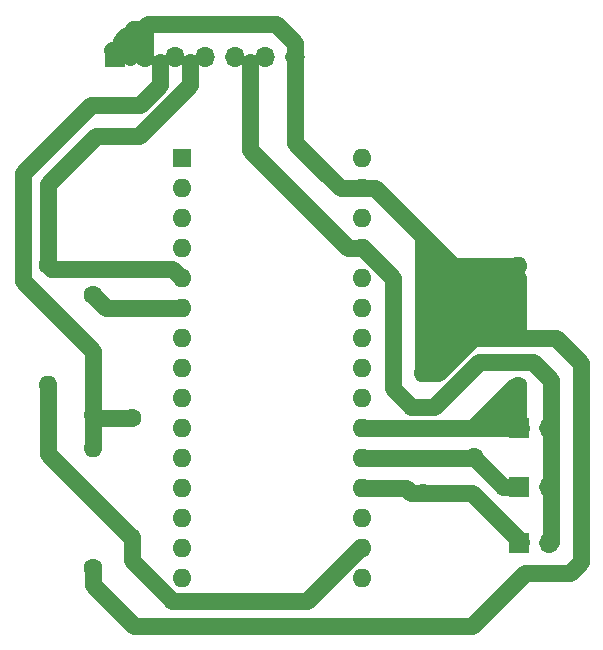
<source format=gtl>
G04 #@! TF.GenerationSoftware,KiCad,Pcbnew,7.0.7*
G04 #@! TF.CreationDate,2024-03-11T23:12:29+01:00*
G04 #@! TF.ProjectId,RocketTX,526f636b-6574-4545-982e-6b696361645f,rev?*
G04 #@! TF.SameCoordinates,Original*
G04 #@! TF.FileFunction,Copper,L1,Top*
G04 #@! TF.FilePolarity,Positive*
%FSLAX46Y46*%
G04 Gerber Fmt 4.6, Leading zero omitted, Abs format (unit mm)*
G04 Created by KiCad (PCBNEW 7.0.7) date 2024-03-11 23:12:29*
%MOMM*%
%LPD*%
G01*
G04 APERTURE LIST*
G04 #@! TA.AperFunction,ComponentPad*
%ADD10C,1.600000*%
G04 #@! TD*
G04 #@! TA.AperFunction,ComponentPad*
%ADD11O,1.600000X1.600000*%
G04 #@! TD*
G04 #@! TA.AperFunction,ComponentPad*
%ADD12R,1.700000X1.700000*%
G04 #@! TD*
G04 #@! TA.AperFunction,ComponentPad*
%ADD13O,1.700000X1.700000*%
G04 #@! TD*
G04 #@! TA.AperFunction,ComponentPad*
%ADD14R,1.600000X1.600000*%
G04 #@! TD*
G04 #@! TA.AperFunction,Conductor*
%ADD15C,1.400000*%
G04 #@! TD*
G04 APERTURE END LIST*
D10*
X121438000Y-97917000D03*
D11*
X121438000Y-108077000D03*
D10*
X150394000Y-101219000D03*
D11*
X150394000Y-91059000D03*
D10*
X114326000Y-84963000D03*
D11*
X114326000Y-95123000D03*
X118136000Y-97663000D03*
D10*
X118136000Y-87503000D03*
D12*
X120015000Y-67310000D03*
D13*
X122555000Y-67310000D03*
X125095000Y-67310000D03*
X127635000Y-67310000D03*
X130175000Y-67310000D03*
X132715000Y-67310000D03*
X135255000Y-67310000D03*
D12*
X154250000Y-108475000D03*
D13*
X156790000Y-108475000D03*
D12*
X154250000Y-103725000D03*
D13*
X156790000Y-103725000D03*
D10*
X146076000Y-104267000D03*
D11*
X146076000Y-94107000D03*
D14*
X125658000Y-75891000D03*
D11*
X125658000Y-78431000D03*
X125658000Y-80971000D03*
X125658000Y-83511000D03*
X125658000Y-86051000D03*
X125658000Y-88591000D03*
X125658000Y-91131000D03*
X125658000Y-93671000D03*
X125658000Y-96211000D03*
X125658000Y-98751000D03*
X125658000Y-101291000D03*
X125658000Y-103831000D03*
X125658000Y-106371000D03*
X125658000Y-108911000D03*
X125658000Y-111451000D03*
X140898000Y-111451000D03*
X140898000Y-108911000D03*
X140898000Y-106371000D03*
X140898000Y-103831000D03*
X140898000Y-101291000D03*
X140898000Y-98751000D03*
X140898000Y-96211000D03*
X140898000Y-93671000D03*
X140898000Y-91131000D03*
X140898000Y-88591000D03*
X140898000Y-86051000D03*
X140898000Y-83511000D03*
X140898000Y-80971000D03*
X140898000Y-78431000D03*
X140898000Y-75891000D03*
D10*
X154106000Y-95195000D03*
D11*
X154106000Y-85035000D03*
D12*
X154250000Y-98750000D03*
D13*
X156790000Y-98750000D03*
D10*
X118136000Y-110617000D03*
D11*
X118136000Y-100457000D03*
D15*
X112196000Y-86305000D02*
X118136000Y-92245000D01*
X118136000Y-92245000D02*
X118136000Y-97663000D01*
X150394000Y-101219000D02*
X152900000Y-103725000D01*
X152900000Y-103725000D02*
X154250000Y-103725000D01*
X147346000Y-94107000D02*
X146076000Y-94107000D01*
X151791000Y-89662000D02*
X147981000Y-93472000D01*
X147854000Y-88265000D02*
X147854000Y-87731000D01*
X135255000Y-66107919D02*
X133663081Y-64516000D01*
X135255000Y-67310000D02*
X135255000Y-66107919D01*
X121285000Y-66747000D02*
X119761000Y-66747000D01*
X150648000Y-88265000D02*
X150876000Y-88265000D01*
X148870000Y-88265000D02*
X148870000Y-87985000D01*
X153188000Y-87321000D02*
X153188000Y-88265000D01*
X146076000Y-82477630D02*
X142029370Y-78431000D01*
X153272000Y-90297000D02*
X151156000Y-90297000D01*
X146076000Y-88773000D02*
X146076000Y-86233000D01*
X146626000Y-85683000D02*
X147274000Y-85035000D01*
X139120000Y-78431000D02*
X137977000Y-77288000D01*
X147274000Y-85035000D02*
X148010000Y-85035000D01*
X148870000Y-86969000D02*
X150804000Y-85035000D01*
X154106000Y-85035000D02*
X153598000Y-85543000D01*
X121539000Y-64969000D02*
X121793000Y-64969000D01*
X146076000Y-92837000D02*
X146076000Y-94107000D01*
X147854000Y-89662000D02*
X147854000Y-92583000D01*
X146076000Y-86233000D02*
X146076000Y-83003000D01*
X153598000Y-85543000D02*
X153188000Y-85953000D01*
X146076000Y-83003000D02*
X146076000Y-82477630D01*
X121031000Y-65477000D02*
X121285000Y-65477000D01*
X146457000Y-89662000D02*
X146076000Y-90043000D01*
X120523000Y-65985000D02*
X121031000Y-65477000D01*
X153188000Y-85953000D02*
X153188000Y-87321000D01*
X150394000Y-91059000D02*
X151791000Y-89662000D01*
X122555000Y-65024000D02*
X122555000Y-66294000D01*
X154106000Y-91131000D02*
X153272000Y-90297000D01*
X147854000Y-93345000D02*
X147981000Y-93472000D01*
X148616000Y-90297000D02*
X148616000Y-91821000D01*
X148870000Y-88265000D02*
X149860000Y-88265000D01*
X133663081Y-64516000D02*
X123063000Y-64516000D01*
X146584000Y-93345000D02*
X146076000Y-92837000D01*
X147854000Y-88265000D02*
X146076000Y-90043000D01*
X146076000Y-90043000D02*
X146076000Y-88773000D01*
X121285000Y-66040000D02*
X121793000Y-65532000D01*
X137977000Y-77288000D02*
X136707000Y-76018000D01*
X121031000Y-66294000D02*
X120777000Y-66548000D01*
X150648000Y-88265000D02*
X148870000Y-88265000D01*
X159440000Y-93241416D02*
X159440000Y-110060000D01*
X148616000Y-91821000D02*
X147854000Y-92583000D01*
X151791000Y-89662000D02*
X153188000Y-88265000D01*
X154750000Y-111000000D02*
X150235000Y-115515000D01*
X148616000Y-90297000D02*
X151156000Y-90297000D01*
X148010000Y-84937000D02*
X146076000Y-83003000D01*
X135255000Y-74566000D02*
X136707000Y-76018000D01*
X150804000Y-85035000D02*
X148633370Y-85035000D01*
X140898000Y-78431000D02*
X139120000Y-78431000D01*
X147854000Y-91059000D02*
X148616000Y-91059000D01*
X154106000Y-91131000D02*
X157329584Y-91131000D01*
X149860000Y-88265000D02*
X151566000Y-86559000D01*
X136707000Y-76018000D02*
X136072000Y-75383000D01*
X118136000Y-112057000D02*
X118136000Y-110617000D01*
X147079000Y-87490000D02*
X146076000Y-86487000D01*
X154106000Y-91131000D02*
X154106000Y-89183000D01*
X148010000Y-85035000D02*
X148010000Y-84937000D01*
X135255000Y-72843000D02*
X135255000Y-74566000D01*
X146076000Y-94107000D02*
X149052000Y-91131000D01*
X148616000Y-91059000D02*
X146076000Y-91059000D01*
X122555000Y-66294000D02*
X122555000Y-67310000D01*
X151156000Y-90297000D02*
X151791000Y-89662000D01*
X154106000Y-85035000D02*
X151820000Y-85035000D01*
X151566000Y-86559000D02*
X152426000Y-86559000D01*
X121793000Y-65532000D02*
X122809000Y-64516000D01*
X148616000Y-91059000D02*
X150394000Y-91059000D01*
X148633370Y-85035000D02*
X146076000Y-82477630D01*
X148870000Y-88265000D02*
X146584000Y-88265000D01*
X153188000Y-85953000D02*
X146896000Y-85953000D01*
X148870000Y-88265000D02*
X148870000Y-86969000D01*
X157329584Y-91131000D02*
X159440000Y-93241416D01*
X147854000Y-92583000D02*
X147854000Y-93345000D01*
X147981000Y-93472000D02*
X147346000Y-94107000D01*
X158500000Y-111000000D02*
X154750000Y-111000000D01*
X152637000Y-89662000D02*
X151791000Y-89662000D01*
X146076000Y-86233000D02*
X146626000Y-85683000D01*
X146584000Y-88265000D02*
X146076000Y-88773000D01*
X135255000Y-67310000D02*
X135255000Y-72843000D01*
X154106000Y-86051000D02*
X153598000Y-85543000D01*
X120015000Y-67310000D02*
X120777000Y-66548000D01*
X152426000Y-86559000D02*
X153188000Y-87321000D01*
X149026000Y-86559000D02*
X151566000Y-86559000D01*
X150876000Y-88265000D02*
X153188000Y-85953000D01*
X148616000Y-90297000D02*
X150648000Y-88265000D01*
X147854000Y-88265000D02*
X147079000Y-87490000D01*
X147854000Y-93345000D02*
X146584000Y-93345000D01*
X147854000Y-87731000D02*
X149026000Y-86559000D01*
X154106000Y-89183000D02*
X153188000Y-88265000D01*
X151791000Y-89662000D02*
X147854000Y-89662000D01*
X146076000Y-92837000D02*
X146076000Y-91059000D01*
X148870000Y-87985000D02*
X151820000Y-85035000D01*
X148010000Y-85035000D02*
X148010000Y-86559000D01*
X121285000Y-67310000D02*
X121285000Y-66040000D01*
X121594000Y-115515000D02*
X118136000Y-112057000D01*
X147854000Y-91059000D02*
X146076000Y-92837000D01*
X154106000Y-89183000D02*
X154106000Y-86051000D01*
X146896000Y-85953000D02*
X146626000Y-85683000D01*
X148010000Y-86559000D02*
X149026000Y-86559000D01*
X148010000Y-85035000D02*
X154106000Y-85035000D01*
X148010000Y-86559000D02*
X147079000Y-87490000D01*
X153188000Y-88265000D02*
X150648000Y-88265000D01*
X146076000Y-91059000D02*
X146076000Y-90043000D01*
X148616000Y-91059000D02*
X148616000Y-90297000D01*
X121793000Y-64969000D02*
X121285000Y-65477000D01*
X149052000Y-91131000D02*
X154106000Y-91131000D01*
X148870000Y-88265000D02*
X147854000Y-88265000D01*
X142029370Y-78431000D02*
X140898000Y-78431000D01*
X146076000Y-86487000D02*
X146076000Y-86233000D01*
X147854000Y-89662000D02*
X146457000Y-89662000D01*
X154106000Y-91131000D02*
X152637000Y-89662000D01*
X150235000Y-115515000D02*
X121594000Y-115515000D01*
X159440000Y-110060000D02*
X158500000Y-111000000D01*
X151820000Y-85035000D02*
X150804000Y-85035000D01*
X118414000Y-73991000D02*
X114326000Y-78079000D01*
X114326000Y-78079000D02*
X114326000Y-84963000D01*
X124858001Y-85251001D02*
X114614001Y-85251001D01*
X118414000Y-73991000D02*
X122047584Y-73991000D01*
X125658000Y-86051000D02*
X124858001Y-85251001D01*
X122047584Y-73991000D02*
X126365000Y-69673584D01*
X126365000Y-69673584D02*
X126365000Y-67763000D01*
X114614001Y-85251001D02*
X114326000Y-84963000D01*
X119224000Y-88591000D02*
X125658000Y-88591000D01*
X118136000Y-87503000D02*
X119224000Y-88591000D01*
X140750994Y-108911000D02*
X140898000Y-108911000D01*
X114326000Y-95123000D02*
X114326000Y-100965000D01*
X136310994Y-113351000D02*
X140750994Y-108911000D01*
X121438000Y-109918006D02*
X124870994Y-113351000D01*
X121438000Y-108077000D02*
X121438000Y-109918006D01*
X114326000Y-100965000D02*
X121438000Y-108077000D01*
X124870994Y-113351000D02*
X136310994Y-113351000D01*
X144624000Y-103831000D02*
X145060000Y-104267000D01*
X140898000Y-103831000D02*
X144624000Y-103831000D01*
X150267000Y-104267000D02*
X154380000Y-108380000D01*
X145060000Y-104267000D02*
X150267000Y-104267000D01*
X140898000Y-101291000D02*
X150322000Y-101291000D01*
X150322000Y-101291000D02*
X150394000Y-101219000D01*
X149280000Y-98751000D02*
X153090000Y-98751000D01*
X153090000Y-96973000D02*
X152582000Y-96465000D01*
X153090000Y-98751000D02*
X151947000Y-97608000D01*
X153090000Y-98751000D02*
X154360000Y-98751000D01*
X154106000Y-98497000D02*
X154360000Y-98751000D01*
X154106000Y-95195000D02*
X154106000Y-98497000D01*
X140898000Y-98751000D02*
X149280000Y-98751000D01*
X152074000Y-96973000D02*
X153090000Y-96973000D01*
X151439000Y-97608000D02*
X152582000Y-96465000D01*
X150296000Y-98751000D02*
X151439000Y-97608000D01*
X152582000Y-96465000D02*
X153852000Y-95195000D01*
X151439000Y-97608000D02*
X152074000Y-96973000D01*
X151947000Y-97608000D02*
X151439000Y-97608000D01*
X149280000Y-98751000D02*
X150296000Y-98751000D01*
X153090000Y-98751000D02*
X153090000Y-96973000D01*
X156790000Y-108475000D02*
X156900000Y-108365000D01*
X143536000Y-86001994D02*
X143536000Y-95377000D01*
X135326416Y-79088000D02*
X133532000Y-77293584D01*
X145110000Y-96951000D02*
X147047584Y-96951000D01*
X147047584Y-96951000D02*
X150835584Y-93163000D01*
X150835584Y-93163000D02*
X155376000Y-93163000D01*
X156900000Y-108365000D02*
X156900000Y-101291000D01*
X143536000Y-95377000D02*
X145110000Y-96951000D01*
X139766630Y-83511000D02*
X135343630Y-79088000D01*
X156900000Y-101291000D02*
X156900000Y-103349000D01*
X155376000Y-93163000D02*
X156900000Y-94687000D01*
X156900000Y-98751000D02*
X156900000Y-101291000D01*
X156900000Y-94687000D02*
X156900000Y-98751000D01*
X134475893Y-78237477D02*
X133532000Y-77293584D01*
X140898000Y-83511000D02*
X139766630Y-83511000D01*
X135343630Y-79088000D02*
X135326416Y-79088000D01*
X131445000Y-75206584D02*
X133532000Y-77293584D01*
X131445000Y-67763000D02*
X131445000Y-75206584D01*
X140898000Y-83511000D02*
X141045006Y-83511000D01*
X156900000Y-103349000D02*
X156920000Y-103369000D01*
X141045006Y-83511000D02*
X143536000Y-86001994D01*
X123825000Y-67763000D02*
X123825000Y-69668000D01*
X121438000Y-97917000D02*
X118390000Y-97917000D01*
X122114919Y-71378081D02*
X123825000Y-69668000D01*
X117978919Y-71378081D02*
X122114919Y-71378081D01*
X118136000Y-100457000D02*
X118136000Y-97663000D01*
X117978919Y-71378081D02*
X112196000Y-77161000D01*
X118390000Y-97917000D02*
X118136000Y-97663000D01*
X112196000Y-77161000D02*
X112196000Y-86305000D01*
M02*

</source>
